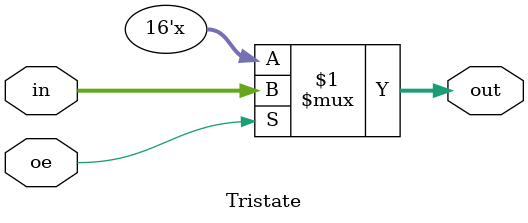
<source format=v>
/*******************************************************************************/
//	Filename:		DPComponents.v
//	Project:		PUNEH : Processor that is Useful and New for Education of Hardware
//  Version:		1.0
//	Created by: 	Mohammad Roeintan
//	Approved by:	Nooshin Nosrati
//	Date:			6 June 2021
//  Copyright (C) 2021 University of Teheran
//  This source file may be used and distributed without
//  restriction provided that this copyright statement is not
//  removed from the file and that any derivative work contains
//  the original copyright notice and the associated disclaimer.

//******************************************************************************/
//	File content description:
//	Datapath components of the PUNEH processor,
//  consists of ARU, LGU, Register, INC, IMM, Mux4to1, Mux4to1, Tristate                             
/*******************************************************************************/

module ARU (in0, in1, out, ADD, MUL, Z, N, C, V);

	input  ADD, MUL;
	output Z, N, V;
	output reg C;
	input signed [15:0] in0, in1;
	output reg signed [15:0] out;

	always @(ADD, MUL, in0, in1) begin
		if (ADD)
			{C, out} = in0 + in1;
		else if (MUL)
			out = in0[7:0] * in1[7:0];
	end
	
	assign Z = ~|out;
	assign N = out[15]; 
	assign V = (in0[15] & in1[15] & ~out[15]) || (~in0[15] & ~in1[15] & out[15]);

endmodule

/*******************************************************************************/
module LGU (in0, in1, out, AND, NOT, SHF, Z, N);

	input AND, NOT;
	output Z, N;
	input [1:0] SHF;
	input signed [15:0] in0, in1;
	output reg signed [15:0] out;

	always @(AND, SHF, NOT, in0, in1) begin
		if (AND == 1'b1)
			out = in0 & in1;
		else if (NOT == 1'b1)
			out = ~in0;
		else if (SHF == 2'b00)
			out = in0 >>> in1;
		else if (SHF == 2'b01)
			out = in0 >> in1;
		else if (SHF == 2'b10)
			out = in0 << in1;
	end

	assign Z = ~|out;
	assign N = out[15];

endmodule

/*******************************************************************************/
module Register #(parameter N = 16) (clk, rst, in, out, ld, clr);

	input clk, rst, ld, clr;
	input [N-1:0] in;
	output reg [N-1:0] out;
  
	always @(posedge clk, posedge rst) begin
		if (rst)
			out = 'b0;
		else if (clr)
			out = 'b0;
		else if (ld)
			out = in;
	end
  
endmodule

/*******************************************************************************/
module INC (in, inc_val, out);

	input  [15:0] in;
	input  [1:0]  inc_val;
	output [15:0] out;

	assign out = in + inc_val;

endmodule

/*******************************************************************************/
module IMM (in0, in1, out, conOF, SE12bits, SE4bits, LSB0E);
	
	input conOF, SE12bits, SE4bits,LSB0E;
	input [11:0] in0;
	input [3:0]  in1;
	output reg [15:0] out;

	always @(conOF, in0, in1, SE12bits, SE4bits, LSB0E) begin
		if (conOF)
			out = {in1, in0};
		else if(LSB0E)
			out = {in1,12'd0};
		else if (SE12bits)
			out = {{12{in0[3]}}, in0[3:0]};
		else if (SE4bits)
			out = {{4{in0[11]}}, in0};
	end
	
endmodule

/*******************************************************************************/
module Mux4to1 #(parameter N = 16) (in0, in1, in2, in3, sel0, sel1, sel2, sel3, out);

	input [N-1:0] in0, in1, in2, in3;
	input sel0, sel1, sel2, sel3;
	output reg [N-1:0] out;
  
	always @(in0, in1, in2, in3, sel0, sel1, sel2, sel3) begin
		if (sel0)
			out = in0;
		else if (sel1)
			out = in1;
		else if (sel2)
			out = in2;
		else if (sel3)
			out = in3;
	end
	
endmodule

/*******************************************************************************/
module Mux2to1 #(parameter N = 16) (in0, in1, sel0, sel1, out);

	input [N-1:0] in0, in1;
	input sel0, sel1;
	output reg [N-1:0] out;
  
	always @(in0, in1, sel0, sel1) begin
		if (sel0)
			out = in0;
		else if (sel1)
			out = in1;
	end
	
endmodule

/*******************************************************************************/
module Tristate (in, out, oe);

	input oe;
	input  [15:0] in;
	output [15:0] out;

	assign out = oe ? in : 16'bz;

endmodule
</source>
